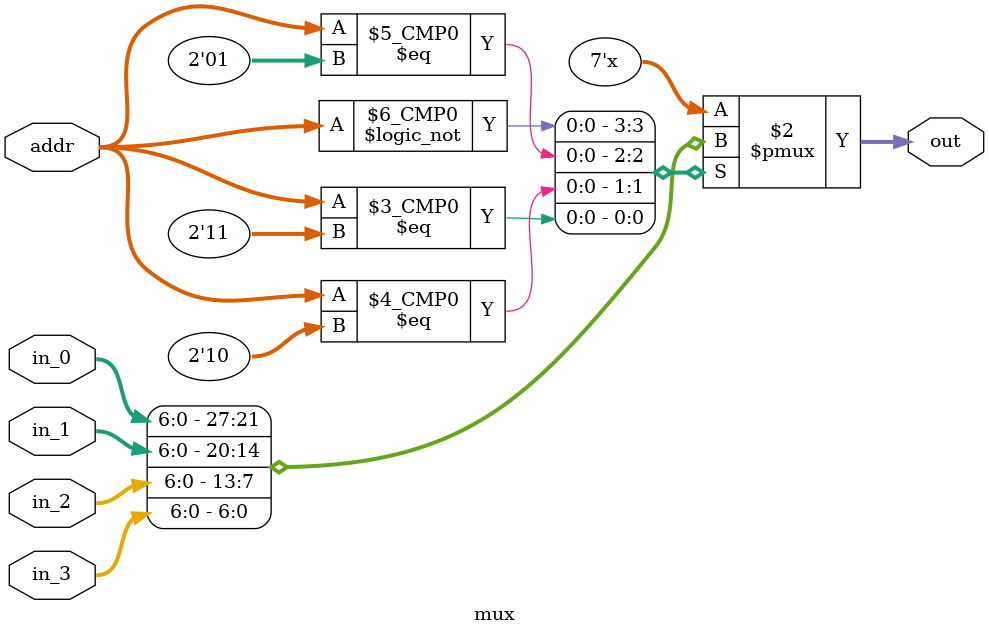
<source format=v>

module mux(addr, in_0, in_1, in_2, in_3, out);

input [1:0] addr;
input [6:0] in_0;
input [6:0] in_1;
input [6:0] in_2;
input [6:0] in_3;

output reg [6:0] out;

always @*
begin

	casez(addr)
		0: out = in_0;
		1: out = in_1;
		2: out = in_2;
		3: out = in_3;
	endcase

end

endmodule

</source>
